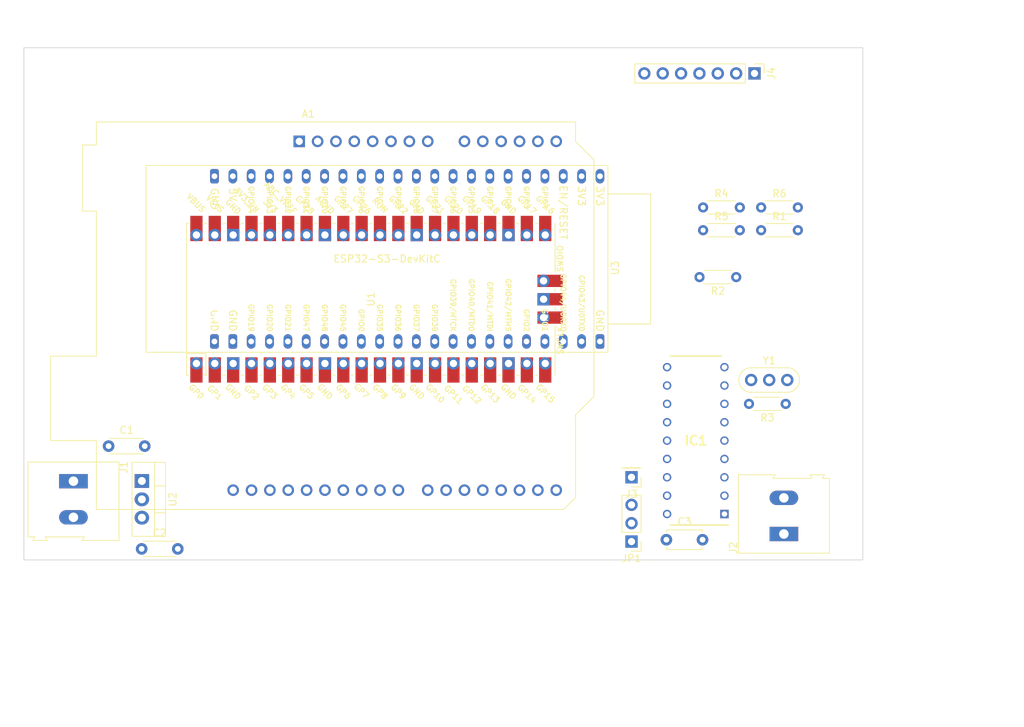
<source format=kicad_pcb>
(kicad_pcb (version 20211014) (generator pcbnew)
  (layers (0 "F.Cu" signal) (31 "B.Cu" signal) (34 "B.Paste" user) (35 "F.Paste" user) (36 "B.SilkS" user "B.Silkscreen") (37 "F.SilkS" user "F.Silkscreen") (38 "B.Mask" user) (39 "F.Mask" user) (44 "Edge.Cuts" user))
  (net 0 "")
  (net 2 "GND")
  (net 5 "Net-(IC1-Pad1)")
  (net 6 "Net-(IC1-Pad2)")
  (net 11 "Net-(IC1-Pad7)")
  (net 12 "Net-(IC1-Pad8)")
  (net 16 "SPI_CLK")
  (net 17 "SPI_MOSI")
  (net 18 "SPI_MISO")
  (net 19 "SPI_SS")
  (net 24 "+5V")
  (net 25 "+3V3")
  (net 42 "/SS")
  (net 43 "/MOSI")
  (net 44 "/CLK")
  (net 45 "/MISO")
  (net 46 "Net-(R3-Pad1)")
  (net 89 "SPI_MISO_L")
  (net 90 "+12V")
  (net 91 "Net-(C3-Pad1)")
  (net 125 "Net-(IC1-Pad17)")
  (footprint "Package_TO_SOT_THT:TO-220-3_Vertical" (layer "F.Cu") (at 45.283 159.004 -90)
    (fp_text reference "U2" (at 2.54 -4.27 90) (layer "F.SilkS"))
    (fp_text value "LF50_TO220")
    (fp_line (start -2.58 -1.76) (end 7.66 -1.76) (layer "F.SilkS") (width 0.12))
    (fp_line (start 7.66 -3.27) (end 7.66 1.371) (layer "F.SilkS") (width 0.12))
    (fp_line (start -2.58 1.371) (end 7.66 1.371) (layer "F.SilkS") (width 0.12))
    (fp_line (start 4.391 -3.27) (end 4.391 -1.76) (layer "F.SilkS") (width 0.12))
    (fp_line (start 0.69 -3.27) (end 0.69 -1.76) (layer "F.SilkS") (width 0.12))
    (fp_line (start -2.58 -3.27) (end -2.58 1.371) (layer "F.SilkS") (width 0.12))
    (fp_line (start -2.58 -3.27) (end 7.66 -3.27) (layer "F.SilkS") (width 0.12))
    (pad "1" thru_hole rect (at 0 0 270) (size 1.905 2) (drill 1.1) (layers *.Cu *.Mask) (net 90 "+12V"))
    (pad "2" thru_hole oval (at 2.54 0 270) (size 1.905 2) (drill 1.1) (layers *.Cu *.Mask) (net 2 "GND"))
    (pad "3" thru_hole oval (at 5.08 0 270) (size 1.905 2) (drill 1.1) (layers *.Cu *.Mask) (net 24 "+5V"))
  )
  (footprint "SamacSys_Parts:DIP794W56P254L2286H533Q18N" (layer "F.Cu") (at 121.92 153.416 180)
    (fp_text reference "IC1" (at 0 0) (layer "F.SilkS") (effects (font (size 1.27 1.27) (thickness 0.254))))
    (fp_text value "MCP2515-I_P" hide)
    (fp_line (start -3.556 11.684) (end 3.556 11.684) (layer "F.SilkS") (width 0.2))
    (fp_line (start -4.548 -11.684) (end 3.556 -11.684) (layer "F.SilkS") (width 0.2))
    (pad "1" thru_hole rect locked (at -3.969 -10.16 180) (size 1.159 1.159) (drill 0.759) (layers *.Cu *.Mask) (net 5 "Net-(IC1-Pad1)"))
    (pad "2" thru_hole circle locked (at -3.969 -7.62 180) (size 1.159 1.159) (drill 0.759) (layers *.Cu *.Mask) (net 6 "Net-(IC1-Pad2)"))
    (pad "3" thru_hole circle locked (at -3.969 -5.08 180) (size 1.159 1.159) (drill 0.759) (layers *.Cu *.Mask))
    (pad "4" thru_hole circle locked (at -3.969 -2.54 180) (size 1.159 1.159) (drill 0.759) (layers *.Cu *.Mask))
    (pad "5" thru_hole circle locked (at -3.969 0 180) (size 1.159 1.159) (drill 0.759) (layers *.Cu *.Mask))
    (pad "6" thru_hole circle locked (at -3.969 2.54 180) (size 1.159 1.159) (drill 0.759) (layers *.Cu *.Mask))
    (pad "7" thru_hole circle locked (at -3.969 5.08 180) (size 1.159 1.159) (drill 0.759) (layers *.Cu *.Mask) (net 11 "Net-(IC1-Pad7)"))
    (pad "8" thru_hole circle locked (at -3.969 7.62 180) (size 1.159 1.159) (drill 0.759) (layers *.Cu *.Mask) (net 12 "Net-(IC1-Pad8)"))
    (pad "9" thru_hole circle locked (at -3.969 10.16 180) (size 1.159 1.159) (drill 0.759) (layers *.Cu *.Mask) (net 2 "GND"))
    (pad "10" thru_hole circle locked (at 3.969 10.16 180) (size 1.159 1.159) (drill 0.759) (layers *.Cu *.Mask))
    (pad "11" thru_hole circle locked (at 3.969 7.62 180) (size 1.159 1.159) (drill 0.759) (layers *.Cu *.Mask))
    (pad "12" thru_hole circle locked (at 3.969 5.08 180) (size 1.159 1.159) (drill 0.759) (layers *.Cu *.Mask))
    (pad "13" thru_hole circle locked (at 3.969 2.54 180) (size 1.159 1.159) (drill 0.759) (layers *.Cu *.Mask) (net 16 "SPI_CLK"))
    (pad "14" thru_hole circle locked (at 3.969 0 180) (size 1.159 1.159) (drill 0.759) (layers *.Cu *.Mask) (net 17 "SPI_MOSI"))
    (pad "15" thru_hole circle locked (at 3.969 -2.54 180) (size 1.159 1.159) (drill 0.759) (layers *.Cu *.Mask) (net 18 "SPI_MISO"))
    (pad "16" thru_hole circle locked (at 3.969 -5.08 180) (size 1.159 1.159) (drill 0.759) (layers *.Cu *.Mask) (net 19 "SPI_SS"))
    (pad "17" thru_hole circle locked (at 3.969 -7.62 180) (size 1.159 1.159) (drill 0.759) (layers *.Cu *.Mask) (net 125 "Net-(IC1-Pad17)"))
    (pad "18" thru_hole circle locked (at 3.969 -10.16 180) (size 1.159 1.159) (drill 0.759) (layers *.Cu *.Mask) (net 91 "Net-(C3-Pad1)"))
  )
  (footprint "Resistor_THT:R_Axial_DIN0204_L3.6mm_D1.6mm_P5.08mm_Horizontal" (layer "F.Cu") (at 130.966 121.158)
    (fp_text reference "R6" (at 2.54 -1.92) (layer "F.SilkS"))
    (fp_text value "R_Small")
    (fp_line (start 0.62 0.92) (end 4.46 0.92) (layer "F.SilkS") (width 0.12))
    (fp_line (start 0.62 -0.92) (end 4.46 -0.92) (layer "F.SilkS") (width 0.12))
    (pad "1" thru_hole circle (at 0 0) (size 1.4 1.4) (drill 0.7) (layers *.Cu *.Mask) (net 25 "+3V3"))
    (pad "2" thru_hole oval (at 5.08 0) (size 1.4 1.4) (drill 0.7) (layers *.Cu *.Mask) (net 42 "/SS"))
  )
  (footprint "MCU_RaspberryPi_and_Boards:RPi_Pico_SMD_TH" (layer "F.Cu") (at 76.962 133.858 90)
    (fp_text reference "U1" (at 0 0 90) (layer "F.SilkS"))
    (fp_text value "RP2040")
    (fp_text user "GP12" (at -13.2 13.97 135) (layer "F.SilkS") (effects (font (size 0.8 0.8))))
    (fp_text user "AGND" (at 13.054 -6.35 135) (layer "F.SilkS") (effects (font (size 0.8 0.8))))
    (fp_text user "GP17" (at 13.054 21.59 135) (layer "F.SilkS") (effects (font (size 0.8 0.8))))
    (fp_text user "GP5" (at -12.8 -8.89 135) (layer "F.SilkS") (effects (font (size 0.8 0.8))))
    (fp_text user "SWCLK" (at -5.7 26.2 90) (layer "F.SilkS") (effects (font (size 0.8 0.8))))
    (fp_text user "GP1" (at -12.9 -21.6 135) (layer "F.SilkS") (effects (font (size 0.8 0.8))))
    (fp_text user "GND" (at -12.8 19.05 135) (layer "F.SilkS") (effects (font (size 0.8 0.8))))
    (fp_text user "3V3_EN" (at 13.7 -17.2 135) (layer "F.SilkS") (effects (font (size 0.8 0.8))))
    (fp_text user "GP18" (at 13.054 16.51 135) (layer "F.SilkS") (effects (font (size 0.8 0.8))))
    (fp_text user "VSYS" (at 13.2 -21.59 135) (layer "F.SilkS") (effects (font (size 0.8 0.8))))
    (fp_text user "GP10" (at -13.054 8.89 135) (layer "F.SilkS") (effects (font (size 0.8 0.8))))
    (fp_text user "GND" (at -12.8 -6.35 135) (layer "F.SilkS") (effects (font (size 0.8 0.8))))
    (fp_text user "GP28" (at 13.054 -9.144 135) (layer "F.SilkS") (effects (font (size 0.8 0.8))))
    (fp_text user "GP11" (at -13.2 11.43 135) (layer "F.SilkS") (effects (font (size 0.8 0.8))))
    (fp_text user "GP16" (at 13.054 24.13 135) (layer "F.SilkS") (effects (font (size 0.8 0.8))))
    (fp_text user "GND" (at 12.8 6.35 135) (layer "F.SilkS") (effects (font (size 0.8 0.8))))
    (fp_text user "GP13" (at -13.054 16.51 135) (layer "F.SilkS") (effects (font (size 0.8 0.8))))
    (fp_text user "GP4" (at -12.8 -11.43 135) (layer "F.SilkS") (effects (font (size 0.8 0.8))))
    (fp_text user "GND" (at 12.8 -19.05 135) (layer "F.SilkS") (effects (font (size 0.8 0.8))))
    (fp_text user "GP6" (at -12.8 -3.81 135) (layer "F.SilkS") (effects (font (size 0.8 0.8))))
    (fp_text user "GP19" (at 13.054 13.97 135) (layer "F.SilkS") (effects (font (size 0.8 0.8))))
    (fp_text user "GP26" (at 13.054 -1.27 135) (layer "F.SilkS") (effects (font (size 0.8 0.8))))
    (fp_text user "SWDIO" (at 5.6 26.2 90) (layer "F.SilkS") (effects (font (size 0.8 0.8))))
    (fp_text user "GP22" (at 13.054 3.81 135) (layer "F.SilkS") (effects (font (size 0.8 0.8))))
    (fp_text user "GP20" (at 13.054 11.43 135) (layer "F.SilkS") (effects (font (size 0.8 0.8))))
    (fp_text user "GP0" (at -12.8 -24.13 135) (layer "F.SilkS") (effects (font (size 0.8 0.8))))
    (fp_text user "GP27" (at 13.054 -3.8 135) (layer "F.SilkS") (effects (font (size 0.8 0.8))))
    (fp_text user "GND" (at -12.8 6.35 135) (layer "F.SilkS") (effects (font (size 0.8 0.8))))
    (fp_text user "GP15" (at -13.054 24.13 135) (layer "F.SilkS") (effects (font (size 0.8 0.8))))
    (fp_text user "RUN" (at 13 1.27 135) (layer "F.SilkS") (effects (font (size 0.8 0.8))))
    (fp_text user "GP14" (at -13.1 21.59 135) (layer "F.SilkS") (effects (font (size 0.8 0.8))))
    (fp_text user "GP8" (at -12.8 1.27 135) (layer "F.SilkS") (effects (font (size 0.8 0.8))))
    (fp_text user "GP7" (at -12.7 -1.3 135) (layer "F.SilkS") (effects (font (size 0.8 0.8))))
    (fp_text user "GND" (at -12.8 -19.05 135) (layer "F.SilkS") (effects (font (size 0.8 0.8))))
    (fp_text user "GP9" (at -12.8 3.81 135) (layer "F.SilkS") (effects (font (size 0.8 0.8))))
    (fp_text user "3V3" (at 12.9 -13.9 135) (layer "F.SilkS") (effects (font (size 0.8 0.8))))
    (fp_text user "GND" (at 12.8 19.05 135) (layer "F.SilkS") (effects (font (size 0.8 0.8))))
    (fp_text user "GP2" (at -12.9 -16.51 135) (layer "F.SilkS") (effects (font (size 0.8 0.8))))
    (fp_text user "GP3" (at -12.8 -13.97 135) (layer "F.SilkS") (effects (font (size 0.8 0.8))))
    (fp_text user "GP21" (at 13.054 8.9 135) (layer "F.SilkS") (effects (font (size 0.8 0.8))))
    (fp_text user "VBUS" (at 13.3 -24.2 135) (layer "F.SilkS") (effects (font (size 0.8 0.8))))
    (fp_text user "ADC_VREF" (at 14 -12.5 135) (layer "F.SilkS") (effects (font (size 0.8 0.8))))
    (fp_line (start -10.5 2.3) (end -10.5 2.7) (layer "F.SilkS") (width 0.12))
    (fp_line (start 1.1 25.5) (end 1.5 25.5) (layer "F.SilkS") (width 0.12))
    (fp_line (start 10.5 7.4) (end 10.5 7.8) (layer "F.SilkS") (width 0.12))
    (fp_line (start 10.5 20.1) (end 10.5 20.5) (layer "F.SilkS") (width 0.12))
    (fp_line (start -10.5 4.9) (end -10.5 5.3) (layer "F.SilkS") (width 0.12))
    (fp_line (start -3.7 25.5) (end -10.5 25.5) (layer "F.SilkS") (width 0.12))
    (fp_line (start 10.5 -10.4) (end 10.5 -10) (layer "F.SilkS") (width 0.12))
    (fp_line (start -10.5 10) (end -10.5 10.4) (layer "F.SilkS") (width 0.12))
    (fp_line (start 10.5 -15.4) (end 10.5 -15) (layer "F.SilkS") (width 0.12))
    (fp_line (start -10.5 -5.3) (end -10.5 -4.9) (layer "F.SilkS") (width 0.12))
    (fp_line (start 10.5 12.5) (end 10.5 12.9) (layer "F.SilkS") (width 0.12))
    (fp_line (start -10.5 -2.7) (end -10.5 -2.3) (layer "F.SilkS") (width 0.12))
    (fp_line (start -10.5 20.1) (end -10.5 20.5) (layer "F.SilkS") (width 0.12))
    (fp_line (start 10.5 -0.2) (end 10.5 0.2) (layer "F.SilkS") (width 0.12))
    (fp_line (start -10.5 17.6) (end -10.5 18) (layer "F.SilkS") (width 0.12))
    (fp_line (start 10.5 -7.8) (end 10.5 -7.4) (layer "F.SilkS") (width 0.12))
    (fp_line (start -7.493 -22.833) (end -7.493 -25.5) (layer "F.SilkS") (width 0.12))
    (fp_line (start -10.5 22.7) (end -10.5 23.1) (layer "F.SilkS") (width 0.12))
    (fp_line (start -10.5 7.4) (end -10.5 7.8) (layer "F.SilkS") (width 0.12))
    (fp_line (start 10.5 -18) (end 10.5 -17.6) (layer "F.SilkS") (width 0.12))
    (fp_line (start 10.5 -20.5) (end 10.5 -20.1) (layer "F.SilkS") (width 0.12))
    (fp_line (start 10.5 -5.3) (end 10.5 -4.9) (layer "F.SilkS") (width 0.12))
    (fp_line (start 10.5 15.1) (end 10.5 15.5) (layer "F.SilkS") (width 0.12))
    (fp_line (start 10.5 -25.5) (end 10.5 -25.2) (layer "F.SilkS") (width 0.12))
    (fp_line (start -10.5 -10.4) (end -10.5 -10) (layer "F.SilkS") (width 0.12))
    (fp_line (start -10.5 -23.1) (end -10.5 -22.7) (layer "F.SilkS") (width 0.12))
    (fp_line (start 10.5 -12.9) (end 10.5 -12.5) (layer "F.SilkS") (width 0.12))
    (fp_line (start -10.5 -18) (end -10.5 -17.6) (layer "F.SilkS") (width 0.12))
    (fp_line (start -10.5 -7.8) (end -10.5 -7.4) (layer "F.SilkS") (width 0.12))
    (fp_line (start -10.5 -12.9) (end -10.5 -12.5) (layer "F.SilkS") (width 0.12))
    (fp_line (start 10.5 17.6) (end 10.5 18) (layer "F.SilkS") (width 0.12))
    (fp_line (start -10.5 -22.833) (end -7.493 -22.833) (layer "F.SilkS") (width 0.12))
    (fp_line (start -10.5 -25.5) (end 10.5 -25.5) (layer "F.SilkS") (width 0.12))
    (fp_line (start -1.5 25.5) (end -1.1 25.5) (layer "F.SilkS") (width 0.12))
    (fp_line (start -10.5 15.1) (end -10.5 15.5) (layer "F.SilkS") (width 0.12))
    (fp_line (start 10.5 2.3) (end 10.5 2.7) (layer "F.SilkS") (width 0.12))
    (fp_line (start 10.5 4.9) (end 10.5 5.3) (layer "F.SilkS") (width 0.12))
    (fp_line (start 10.5 10) (end 10.5 10.4) (layer "F.SilkS") (width 0.12))
    (fp_line (start 10.5 -23.1) (end 10.5 -22.7) (layer "F.SilkS") (width 0.12))
    (fp_line (start -10.5 -15.4) (end -10.5 -15) (layer "F.SilkS") (width 0.12))
    (fp_line (start 10.5 25.5) (end 3.7 25.5) (layer "F.SilkS") (width 0.12))
    (fp_line (start 10.5 22.7) (end 10.5 23.1) (layer "F.SilkS") (width 0.12))
    (fp_line (start -10.5 -20.5) (end -10.5 -20.1) (layer "F.SilkS") (width 0.12))
    (fp_line (start -10.5 -0.2) (end -10.5 0.2) (layer "F.SilkS") (width 0.12))
    (fp_line (start -10.5 -25.5) (end -10.5 -25.2) (layer "F.SilkS") (width 0.12))
    (fp_line (start 10.5 -2.7) (end 10.5 -2.3) (layer "F.SilkS") (width 0.12))
    (fp_line (start -10.5 12.5) (end -10.5 12.9) (layer "F.SilkS") (width 0.12))
    (pad "" np_thru_hole oval (at 2.725 -24 90) (size 1.8 1.8) (drill 1.8) (layers *.Cu *.Mask))
    (pad "" np_thru_hole oval (at -2.425 -20.97 90) (size 1.5 1.5) (drill 1.5) (layers *.Cu *.Mask))
    (pad "" np_thru_hole oval (at -2.725 -24 90) (size 1.8 1.8) (drill 1.8) (layers *.Cu *.Mask))
    (pad "" np_thru_hole oval (at 2.425 -20.97 90) (size 1.5 1.5) (drill 1.5) (layers *.Cu *.Mask))
    (pad "1" smd rect (at -8.89 -24.13 90) (size 3.5 1.7) (drill (offset -0.9 0)) (layers "F.Cu" "F.Mask"))
    (pad "1" thru_hole oval (at -8.89 -24.13 90) (size 1.7 1.7) (drill 1.02) (layers *.Cu *.Mask))
    (pad "2" thru_hole oval (at -8.89 -21.59 90) (size 1.7 1.7) (drill 1.02) (layers *.Cu *.Mask))
    (pad "2" smd rect (at -8.89 -21.59 90) (size 3.5 1.7) (drill (offset -0.9 0)) (layers "F.Cu" "F.Mask"))
    (pad "3" smd rect (at -8.89 -19.05 90) (size 3.5 1.7) (drill (offset -0.9 0)) (layers "F.Cu" "F.Mask"))
    (pad "3" thru_hole rect (at -8.89 -19.05 90) (size 1.7 1.7) (drill 1.02) (layers *.Cu *.Mask))
    (pad "4" thru_hole oval (at -8.89 -16.51 90) (size 1.7 1.7) (drill 1.02) (layers *.Cu *.Mask))
    (pad "4" smd rect (at -8.89 -16.51 90) (size 3.5 1.7) (drill (offset -0.9 0)) (layers "F.Cu" "F.Mask"))
    (pad "5" thru_hole oval (at -8.89 -13.97 90) (size 1.7 1.7) (drill 1.02) (layers *.Cu *.Mask))
    (pad "5" smd rect (at -8.89 -13.97 90) (size 3.5 1.7) (drill (offset -0.9 0)) (layers "F.Cu" "F.Mask"))
    (pad "6" thru_hole oval (at -8.89 -11.43 90) (size 1.7 1.7) (drill 1.02) (layers *.Cu *.Mask))
    (pad "6" smd rect (at -8.89 -11.43 90) (size 3.5 1.7) (drill (offset -0.9 0)) (layers "F.Cu" "F.Mask"))
    (pad "7" thru_hole oval (at -8.89 -8.89 90) (size 1.7 1.7) (drill 1.02) (layers *.Cu *.Mask))
    (pad "7" smd rect (at -8.89 -8.89 90) (size 3.5 1.7) (drill (offset -0.9 0)) (layers "F.Cu" "F.Mask"))
    (pad "8" smd rect (at -8.89 -6.35 90) (size 3.5 1.7) (drill (offset -0.9 0)) (layers "F.Cu" "F.Mask"))
    (pad "8" thru_hole rect (at -8.89 -6.35 90) (size 1.7 1.7) (drill 1.02) (layers *.Cu *.Mask))
    (pad "9" thru_hole oval (at -8.89 -3.81 90) (size 1.7 1.7) (drill 1.02) (layers *.Cu *.Mask))
    (pad "9" smd rect (at -8.89 -3.81 90) (size 3.5 1.7) (drill (offset -0.9 0)) (layers "F.Cu" "F.Mask"))
    (pad "10" thru_hole oval (at -8.89 -1.27 90) (size 1.7 1.7) (drill 1.02) (layers *.Cu *.Mask))
    (pad "10" smd rect (at -8.89 -1.27 90) (size 3.5 1.7) (drill (offset -0.9 0)) (layers "F.Cu" "F.Mask"))
    (pad "11" thru_hole oval (at -8.89 1.27 90) (size 1.7 1.7) (drill 1.02) (layers *.Cu *.Mask))
    (pad "11" smd rect (at -8.89 1.27 90) (size 3.5 1.7) (drill (offset -0.9 0)) (layers "F.Cu" "F.Mask"))
    (pad "12" thru_hole oval (at -8.89 3.81 90) (size 1.7 1.7) (drill 1.02) (layers *.Cu *.Mask))
    (pad "12" smd rect (at -8.89 3.81 90) (size 3.5 1.7) (drill (offset -0.9 0)) (layers "F.Cu" "F.Mask"))
    (pad "13" smd rect (at -8.89 6.35 90) (size 3.5 1.7) (drill (offset -0.9 0)) (layers "F.Cu" "F.Mask"))
    (pad "13" thru_hole rect (at -8.89 6.35 90) (size 1.7 1.7) (drill 1.02) (layers *.Cu *.Mask))
    (pad "14" thru_hole oval (at -8.89 8.89 90) (size 1.7 1.7) (drill 1.02) (layers *.Cu *.Mask))
    (pad "14" smd rect (at -8.89 8.89 90) (size 3.5 1.7) (drill (offset -0.9 0)) (layers "F.Cu" "F.Mask"))
    (pad "15" thru_hole oval (at -8.89 11.43 90) (size 1.7 1.7) (drill 1.02) (layers *.Cu *.Mask))
    (pad "15" smd rect (at -8.89 11.43 90) (size 3.5 1.7) (drill (offset -0.9 0)) (layers "F.Cu" "F.Mask"))
    (pad "16" thru_hole oval (at -8.89 13.97 90) (size 1.7 1.7) (drill 1.02) (layers *.Cu *.Mask))
    (pad "16" smd rect (at -8.89 13.97 90) (size 3.5 1.7) (drill (offset -0.9 0)) (layers "F.Cu" "F.Mask"))
    (pad "17" thru_hole oval (at -8.89 16.51 90) (size 1.7 1.7) (drill 1.02) (layers *.Cu *.Mask))
    (pad "17" smd rect (at -8.89 16.51 90) (size 3.5 1.7) (drill (offset -0.9 0)) (layers "F.Cu" "F.Mask"))
    (pad "18" smd rect (at -8.89 19.05 90) (size 3.5 1.7) (drill (offset -0.9 0)) (layers "F.Cu" "F.Mask"))
    (pad "18" thru_hole rect (at -8.89 19.05 90) (size 1.7 1.7) (drill 1.02) (layers *.Cu *.Mask))
    (pad "19" smd rect (at -8.89 21.59 90) (size 3.5 1.7) (drill (offset -0.9 0)) (layers "F.Cu" "F.Mask"))
    (pad "19" thru_hole oval (at -8.89 21.59 90) (size 1.7 1.7) (drill 1.02) (layers *.Cu *.Mask))
    (pad "20" smd rect (at -8.89 24.13 90) (size 3.5 1.7) (drill (offset -0.9 0)) (layers "F.Cu" "F.Mask"))
    (pad "20" thru_hole oval (at -8.89 24.13 90) (size 1.7 1.7) (drill 1.02) (layers *.Cu *.Mask))
    (pad "21" smd rect (at 8.89 24.13 90) (size 3.5 1.7) (drill (offset 0.9 0)) (layers "F.Cu" "F.Mask"))
    (pad "21" thru_hole oval (at 8.89 24.13 90) (size 1.7 1.7) (drill 1.02) (layers *.Cu *.Mask))
    (pad "22" smd rect (at 8.89 21.59 90) (size 3.5 1.7) (drill (offset 0.9 0)) (layers "F.Cu" "F.Mask"))
    (pad "22" thru_hole oval (at 8.89 21.59 90) (size 1.7 1.7) (drill 1.02) (layers *.Cu *.Mask))
    (pad "23" thru_hole rect (at 8.89 19.05 90) (size 1.7 1.7) (drill 1.02) (layers *.Cu *.Mask))
    (pad "23" smd rect (at 8.89 19.05 90) (size 3.5 1.7) (drill (offset 0.9 0)) (layers "F.Cu" "F.Mask"))
    (pad "24" thru_hole oval (at 8.89 16.51 90) (size 1.7 1.7) (drill 1.02) (layers *.Cu *.Mask))
    (pad "24" smd rect (at 8.89 16.51 90) (size 3.5 1.7) (drill (offset 0.9 0)) (layers "F.Cu" "F.Mask"))
    (pad "25" smd rect (at 8.89 13.97 90) (size 3.5 1.7) (drill (offset 0.9 0)) (layers "F.Cu" "F.Mask"))
    (pad "25" thru_hole oval (at 8.89 13.97 90) (size 1.7 1.7) (drill 1.02) (layers *.Cu *.Mask))
    (pad "26" smd rect (at 8.89 11.43 90) (size 3.5 1.7) (drill (offset 0.9 0)) (layers "F.Cu" "F.Mask"))
    (pad "26" thru_hole oval (at 8.89 11.43 90) (size 1.7 1.7) (drill 1.02) (layers *.Cu *.Mask))
    (pad "27" smd rect (at 8.89 8.89 90) (size 3.5 1.7) (drill (offset 0.9 0)) (layers "F.Cu" "F.Mask"))
    (pad "27" thru_hole oval (at 8.89 8.89 90) (size 1.7 1.7) (drill 1.02) (layers *.Cu *.Mask))
    (pad "28" thru_hole rect (at 8.89 6.35 90) (size 1.7 1.7) (drill 1.02) (layers *.Cu *.Mask))
    (pad "28" smd rect (at 8.89 6.35 90) (size 3.5 1.7) (drill (offset 0.9 0)) (layers "F.Cu" "F.Mask"))
    (pad "29" thru_hole oval (at 8.89 3.81 90) (size 1.7 1.7) (drill 1.02) (layers *.Cu *.Mask))
    (pad "29" smd rect (at 8.89 3.81 90) (size 3.5 1.7) (drill (offset 0.9 0)) (layers "F.Cu" "F.Mask"))
    (pad "30" thru_hole oval (at 8.89 1.27 90) (size 1.7 1.7) (drill 1.02) (layers *.Cu *.Mask))
    (pad "30" smd rect (at 8.89 1.27 90) (size 3.5 1.7) (drill (offset 0.9 0)) (layers "F.Cu" "F.Mask"))
    (pad "31" smd rect (at 8.89 -1.27 90) (size 3.5 1.7) (drill (offset 0.9 0)) (layers "F.Cu" "F.Mask"))
    (pad "31" thru_hole oval (at 8.89 -1.27 90) (size 1.7 1.7) (drill 1.02) (layers *.Cu *.Mask))
    (pad "32" thru_hole oval (at 8.89 -3.81 90) (size 1.7 1.7) (drill 1.02) (layers *.Cu *.Mask))
    (pad "32" smd rect (at 8.89 -3.81 90) (size 3.5 1.7) (drill (offset 0.9 0)) (layers "F.Cu" "F.Mask"))
    (pad "33" thru_hole rect (at 8.89 -6.35 90) (size 1.7 1.7) (drill 1.02) (layers *.Cu *.Mask))
    (pad "33" smd rect (at 8.89 -6.35 90) (size 3.5 1.7) (drill (offset 0.9 0)) (layers "F.Cu" "F.Mask"))
    (pad "34" thru_hole oval (at 8.89 -8.89 90) (size 1.7 1.7) (drill 1.02) (layers *.Cu *.Mask))
    (pad "34" smd rect (at 8.89 -8.89 90) (size 3.5 1.7) (drill (offset 0.9 0)) (layers "F.Cu" "F.Mask"))
    (pad "35" thru_hole oval (at 8.89 -11.43 90) (size 1.7 1.7) (drill 1.02) (layers *.Cu *.Mask))
    (pad "35" smd rect (at 8.89 -11.43 90) (size 3.5 1.7) (drill (offset 0.9 0)) (layers "F.Cu" "F.Mask"))
    (pad "36" thru_hole oval (at 8.89 -13.97 90) (size 1.7 1.7) (drill 1.02) (layers *.Cu *.Mask) (net 25 "+3V3"))
    (pad "36" smd rect (at 8.89 -13.97 90) (size 3.5 1.7) (drill (offset 0.9 0)) (layers "F.Cu" "F.Mask") (net 25 "+3V3"))
    (pad "37" smd rect (at 8.89 -16.51 90) (size 3.5 1.7) (drill (offset 0.9 0)) (layers "F.Cu" "F.Mask"))
    (pad "37" thru_hole oval (at 8.89 -16.51 90) (size 1.7 1.7) (drill 1.02) (layers *.Cu *.Mask))
    (pad "38" smd rect (at 8.89 -19.05 90) (size 3.5 1.7) (drill (offset 0.9 0)) (layers "F.Cu" "F.Mask"))
    (pad "38" thru_hole rect (at 8.89 -19.05 90) (size 1.7 1.7) (drill 1.02) (layers *.Cu *.Mask))
    (pad "39" smd rect (at 8.89 -21.59 90) (size 3.5 1.7) (drill (offset 0.9 0)) (layers "F.Cu" "F.Mask"))
    (pad "39" thru_hole oval (at 8.89 -21.59 90) (size 1.7 1.7) (drill 1.02) (layers *.Cu *.Mask))
    (pad "40" smd rect (at 8.89 -24.13 90) (size 3.5 1.7) (drill (offset 0.9 0)) (layers "F.Cu" "F.Mask"))
    (pad "40" thru_hole oval (at 8.89 -24.13 90) (size 1.7 1.7) (drill 1.02) (layers *.Cu *.Mask))
    (pad "41" thru_hole oval (at -2.54 23.9 90) (size 1.7 1.7) (drill 1.02) (layers *.Cu *.Mask))
    (pad "41" smd rect (at -2.54 23.9 180) (size 3.5 1.7) (drill (offset -0.9 0)) (layers "F.Cu" "F.Mask"))
    (pad "42" smd rect (at 0 23.9 180) (size 3.5 1.7) (drill (offset -0.9 0)) (layers "F.Cu" "F.Mask"))
    (pad "42" thru_hole rect (at 0 23.9 90) (size 1.7 1.7) (drill 1.02) (layers *.Cu *.Mask))
    (pad "43" thru_hole oval (at 2.54 23.9 90) (size 1.7 1.7) (drill 1.02) (layers *.Cu *.Mask))
    (pad "43" smd rect (at 2.54 23.9 180) (size 3.5 1.7) (drill (offset -0.9 0)) (layers "F.Cu" "F.Mask"))
  )
  (footprint "Connector_PinHeader_2.54mm:PinHeader_1x01_P2.54mm_Vertical" (layer "F.Cu") (at 113.03 158.496 180)
    (fp_text reference "J3" (at 0 -2.33) (layer "F.SilkS"))
    (fp_text value "Conn_01x01")
    (fp_line (start 1.33 1.27) (end 1.33 1.33) (layer "F.SilkS") (width 0.12))
    (fp_line (start -1.33 1.27) (end 1.33 1.27) (layer "F.SilkS") (width 0.12))
    (fp_line (start -1.33 -1.33) (end 0 -1.33) (layer "F.SilkS") (width 0.12))
    (fp_line (start -1.33 1.27) (end -1.33 1.33) (layer "F.SilkS") (width 0.12))
    (fp_line (start -1.33 1.33) (end 1.33 1.33) (layer "F.SilkS") (width 0.12))
    (fp_line (start -1.33 0) (end -1.33 -1.33) (layer "F.SilkS") (width 0.12))
    (pad "1" thru_hole rect (at 0 0 180) (size 1.7 1.7) (drill 1) (layers *.Cu *.Mask) (net 125 "Net-(IC1-Pad17)"))
  )
  (footprint "Espressif:ESP32-S3-DevKitC" (layer "F.Cu") (at 108.6668 116.83632 -90)
    (fp_text reference "U3" (at 12.70368 -2.09728 90) (layer "F.SilkS"))
    (fp_text value "ESP32-S3-DevKitC" (at 11.43 29.464) (layer "F.SilkS"))
    (fp_text user "GND" (at 21.59368 0.00272 -90 unlocked) (layer "F.SilkS") (effects (justify right)))
    (fp_text user "GPIO44/U0RXD" (at 21.59368 5.08272 -90 unlocked) (layer "F.SilkS") (effects (font (size 0.7 0.7)) (justify right)))
    (fp_text user "GPIO41/MTDI" (at 21.59368 15.24272 -90 unlocked) (layer "F.SilkS") (effects (font (size 0.7 0.7)) (justify right)))
    (fp_text user "5V" (at 1.524 50.8 -90 unlocked) (layer "F.SilkS") (effects (justify left)))
    (fp_text user "GPIO15" (at 1.27368 17.78272 -90 unlocked) (layer "F.SilkS") (effects (font (size 0.7 0.7)) (justify left)))
    (fp_text user "GPIO20" (at 21.59368 45.72272 -90 unlocked) (layer "F.SilkS") (effects (font (size 0.7 0.7)) (justify right)))
    (fp_text user "GPIO4" (at 1.27368 7.62272 -90 unlocked) (layer "F.SilkS") (effects (font (size 0.7 0.7)) (justify left)))
    (fp_text user "GND" (at 1.524 53.34 -90 unlocked) (layer "F.SilkS") (effects (justify left)))
    (fp_text user "GPIO13" (at 1.27368 45.72272 -90 unlocked) (layer "F.SilkS") (effects (font (size 0.7 0.7)) (justify left)))
    (fp_text user "GPIO7" (at 1.27368 15.24272 -90 unlocked) (layer "F.SilkS") (effects (font (size 0.7 0.7)) (justify left)))
    (fp_text user "GPIO18" (at 1.27368 25.40272 -90 unlocked) (layer "F.SilkS") (effects (font (size 0.7 0.7)) (justify left)))
    (fp_text user "GPIO6" (at 1.27368 12.70272 -90 unlocked) (layer "F.SilkS") (effects (font (size 0.7 0.7)) (justify left)))
    (fp_text user "GPIO45" (at 21.59368 35.56272 -90 unlocked) (layer "F.SilkS") (effects (font (size 0.7 0.7)) (justify right)))
    (fp_text user "GND" (at 21.59368 53.34272 -90 unlocked) (layer "F.SilkS") (effects (justify right)))
    (fp_text user "GPIO2" (at 21.59368 10.16272 -90 unlocked) (layer "F.SilkS") (effects (font (size 0.7 0.7)) (justify right)))
    (fp_text user "GPIO47" (at 21.59368 40.64272 -90 unlocked) (layer "F.SilkS") (effects (font (size 0.7 0.7)) (justify right)))
    (fp_text user "GPIO16" (at 1.27368 20.32272 -90 unlocked) (layer "F.SilkS") (effects (font (size 0.7 0.7)) (justify left)))
    (fp_text user "GPIO8" (at 1.27368 27.94272 -90 unlocked) (layer "F.SilkS") (effects (font (size 0.7 0.7)) (justify left)))
    (fp_text user "GPIO35" (at 21.59368 30.48272 -90 unlocked) (layer "F.SilkS") (effects (font (size 0.7 0.7)) (justify right)))
    (fp_text user "GPIO11" (at 1.27368 40.64272 -90 unlocked) (layer "F.SilkS") (effects (font (size 0.7 0.7)) (justify left)))
    (fp_text user "GPIO12" (at 1.27368 43.18272 -90 unlocked) (layer "F.SilkS") (effects (font (size 0.7 0.7)) (justify left)))
    (fp_text user "GPIO43/U0TXD" (at 21.59368 2.54272 -90 unlocked) (layer "F.SilkS") (effects (font (size 0.7 0.7)) (justify right)))
    (fp_text user "GPIO19" (at 21.59368 48.26272 -90 unlocked) (layer "F.SilkS") (effects (font (size 0.7 0.7)) (justify right)))
    (fp_text user "GPIO42/MTMS" (at 21.59368 12.70272 -90 unlocked) (layer "F.SilkS") (effects (font (size 0.7 0.7)) (justify right)))
    (fp_text user "GPIO40/MTDO" (at 21.59368 17.78272 -90 unlocked) (layer "F.SilkS") (effects (font (size 0.7 0.7)) (justify right)))
    (fp_text user "GPIO1" (at 21.59368 7.62272 -90 unlocked) (layer "F.SilkS") (effects (font (size 0.7 0.7)) (justify right)))
    (fp_text user "GPIO21" (at 21.59368 43.18272 -90 unlocked) (layer "F.SilkS") (effects (font (size 0.7 0.7)) (justify right)))
    (fp_text user "GPIO46" (at 1.27368 33.02272 -90 unlocked) (layer "F.SilkS") (effects (font (size 0.7 0.7)) (justify left)))
    (fp_text user "GPIO48" (at 21.59368 38.10272 -90 unlocked) (layer "F.SilkS") (effects (font (size 0.7 0.7)) (justify right)))
    (fp_text user "3V3" (at 1.27368 2.54272 -90 unlocked) (layer "F.SilkS") (effects (justify left)))
    (fp_text user "GPIO9" (at 1.27368 35.56272 -90 unlocked) (layer "F.SilkS") (effects (font (size 0.7 0.7)) (justify left)))
    (fp_text user "GPIO10" (at 1.27368 38.10272 -90 unlocked) (layer "F.SilkS") (effects (font (size 0.7 0.7)) (justify left)))
    (fp_text user "GPIO36" (at 21.59368 27.94272 -90 unlocked) (layer "F.SilkS") (effects (font (size 0.7 0.7)) (justify right)))
    (fp_text user "GPIO0" (at 21.59368 33.02272 -90 unlocked) (layer "F.SilkS") (effects (font (size 0.7 0.7)) (justify right)))
    (fp_text user "GPIO3" (at 1.27368 30.48272 -90 unlocked) (layer "F.SilkS") (effects (font (size 0.7 0.7)) (justify left)))
    (fp_text user "GPIO38" (at 21.59368 22.86272 -90 unlocked) (layer "F.SilkS") (effects (font (size 0.7 0.7)) (justify right)))
    (fp_text user "EN/RESET" (at 8.89 5.08 -90 unlocked) (layer "F.SilkS") (effects (justify right)))
    (fp_text user "GPIO17" (at 1.27368 22.86272 -90 unlocked) (layer "F.SilkS") (effects (font (size 0.7 0.7)) (justify left)))
    (fp_text user "3V3" (at 1.27368 0.00272 -90 unlocked) (layer "F.SilkS") (effects (justify left)))
    (fp_text user "GND" (at 21.59368 50.80272 -90 unlocked) (layer "F.SilkS") (effects (justify right)))
    (fp_text user "GPIO5" (at 1.27368 10.16272 -90 unlocked) (layer "F.SilkS") (effects (font (size 0.7 0.7)) (justify left)))
    (fp_text user "GPIO14" (at 1.27368 48.26272 -90 unlocked) (layer "F.SilkS") (effects (font (size 0.7 0.7)) (justify left)))
    (fp_text user "GPIO39/MTCK" (at 21.59368 20.32272 -90 unlocked) (layer "F.SilkS") (effects (font (size 0.7 0.7)) (justify right)))
    (fp_text user "GPIO37" (at 21.59368 25.40272 -90 unlocked) (layer "F.SilkS") (effects (font (size 0.7 0.7)) (justify right)))
    (fp_line (start 24.36368 -1.09728) (end -1.496319 -1.09728) (layer "F.SilkS") (width 0.12))
    (fp_line (start -1.496319 -1.09728) (end -1.49632 62.8) (layer "F.SilkS") (width 0.12))
    (fp_line (start 2.4638 -1.1176) (end 2.4638 -7.0104) (layer "F.SilkS") (width 0.12))
    (fp_line (start 2.4638 -7.0104) (end 20.447 -7.0104) (layer "F.SilkS") (width 0.12))
    (fp_line (start 20.447 -7.0104) (end 20.447 -1.1176) (layer "F.SilkS") (width 0.12))
    (fp_line (start 24.363679 62.8) (end 24.36368 -1.09728) (layer "F.SilkS") (width 0.12))
    (fp_line (start -1.49632 62.8) (end 24.363679 62.8) (layer "F.SilkS") (width 0.12))
    (pad "1" thru_hole oval locked (at 0.00368 0.00272 180) (size 1.2 2) (drill 0.8) (layers *.Cu *.Mask) (net 25 "+3V3"))
    (pad "2" thru_hole oval locked (at 0.00368 2.54272 180) (size 1.2 2) (drill 0.8) (layers *.Cu *.Mask) (net 25 "+3V3"))
    (pad "3" thru_hole oval locked (at 0.00368 5.08272 180) (size 1.2 2) (drill 0.8) (layers *.Cu *.Mask))
    (pad "4" thru_hole oval locked (at 0.00368 7.62272 180) (size 1.2 2) (drill 0.8) (layers *.Cu *.Mask))
    (pad "5" thru_hole oval locked (at 0.00368 10.16272 180) (size 1.2 2) (drill 0.8) (layers *.Cu *.Mask))
    (pad "6" thru_hole oval locked (at 0.00368 12.70272 180) (size 1.2 2) (drill 0.8) (layers *.Cu *.Mask))
    (pad "7" thru_hole oval locked (at 0.00368 15.24272 180) (size 1.2 2) (drill 0.8) (layers *.Cu *.Mask))
    (pad "8" thru_hole oval locked (at 0.00368 17.78272 180) (size 1.2 2) (drill 0.8) (layers *.Cu *.Mask) (net 19 "SPI_SS"))
    (pad "9" thru_hole oval locked (at 0.00368 20.32272 180) (size 1.2 2) (drill 0.8) (layers *.Cu *.Mask))
    (pad "10" thru_hole oval locked (at 0.00368 22.86272 180) (size 1.2 2) (drill 0.8) (layers *.Cu *.Mask))
    (pad "11" thru_hole oval locked (at 0.00368 25.40272 180) (size 1.2 2) (drill 0.8) (layers *.Cu *.Mask))
    (pad "12" thru_hole oval locked (at 0.00368 27.94272 180) (size 1.2 2) (drill 0.8) (layers *.Cu *.Mask))
    (pad "13" thru_hole oval locked (at 0.00368 30.48272 180) (size 1.2 2) (drill 0.8) (layers *.Cu *.Mask))
    (pad "14" thru_hole oval locked (at 0.00368 33.02272 180) (size 1.2 2) (drill 0.8) (layers *.Cu *.Mask))
    (pad "15" thru_hole oval locked (at 0.00368 35.56272 180) (size 1.2 2) (drill 0.8) (layers *.Cu *.Mask))
    (pad "16" thru_hole oval locked (at 0.00368 38.10272 180) (size 1.2 2) (drill 0.8) (layers *.Cu *.Mask))
    (pad "17" thru_hole oval locked (at 0.00368 40.64272 180) (size 1.2 2) (drill 0.8) (layers *.Cu *.Mask))
    (pad "18" thru_hole oval locked (at 0.00368 43.18272 180) (size 1.2 2) (drill 0.8) (layers *.Cu *.Mask) (net 89 "SPI_MISO_L"))
    (pad "19" thru_hole oval locked (at 0.00368 45.72272 180) (size 1.2 2) (drill 0.8) (layers *.Cu *.Mask) (net 17 "SPI_MOSI"))
    (pad "20" thru_hole oval locked (at 0 48.26 180) (size 1.2 2) (drill 0.8) (layers *.Cu *.Mask) (net 16 "SPI_CLK"))
    (pad "21" thru_hole oval locked (at 0 50.8 180) (size 1.2 2) (drill 0.8) (layers *.Cu *.Mask) (net 24 "+5V"))
    (pad "22" thru_hole roundrect locked (at 0 53.34 180) (size 1.2 2) (drill 0.8) (layers *.Cu *.Mask) (net 2 "GND"))
    (pad "23" thru_hole roundrect locked (at 22.86368 53.34272 180) (size 1.2 2) (drill 0.8) (layers *.Cu *.Mask) (net 2 "GND"))
    (pad "24" thru_hole roundrect locked (at 22.86368 50.80272 180) (size 1.2 2) (drill 0.8) (layers *.Cu *.Mask) (net 2 "GND"))
    (pad "25" thru_hole oval locked (at 22.86368 48.26272 180) (size 1.2 2) (drill 0.8) (layers *.Cu *.Mask))
    (pad "26" thru_hole oval locked (at 22.86368 45.72272 180) (size 1.2 2) (drill 0.8) (layers *.Cu *.Mask))
    (pad "27" thru_hole oval locked (at 22.86368 43.18272 180) (size 1.2 2) (drill 0.8) (layers *.Cu *.Mask))
    (pad "28" thru_hole oval locked (at 22.86368 40.64272 180) (size 1.2 2) (drill 0.8) (layers *.Cu *.Mask))
    (pad "29" thru_hole oval locked (at 22.86368 38.10272 180) (size 1.2 2) (drill 0.8) (layers *.Cu *.Mask))
    (pad "30" thru_hole oval locked (at 22.86368 35.56272 180) (size 1.2 2) (drill 0.8) (layers *.Cu *.Mask))
    (pad "31" thru_hole oval locked (at 22.86368 33.02272 180) (size 1.2 2) (drill 0.8) (layers *.Cu *.Mask))
    (pad "32" thru_hole oval locked (at 22.86368 30.48272 180) (size 1.2 2) (drill 0.8) (layers *.Cu *.Mask))
    (pad "33" thru_hole oval locked (at 22.86368 27.94272 180) (size 1.2 2) (drill 0.8) (layers *.Cu *.Mask))
    (pad "34" thru_hole oval locked (at 22.86368 25.40272 180) (size 1.2 2) (drill 0.8) (layers *.Cu *.Mask))
    (pad "35" thru_hole oval locked (at 22.86368 22.86272 180) (size 1.2 2) (drill 0.8) (layers *.Cu *.Mask))
    (pad "36" thru_hole oval locked (at 22.86368 20.32272 180) (size 1.2 2) (drill 0.8) (layers *.Cu *.Mask))
    (pad "37" thru_hole oval locked (at 22.86368 17.78272 180) (size 1.2 2) (drill 0.8) (layers *.Cu *.Mask))
    (pad "38" thru_hole oval locked (at 22.86368 15.24272 180) (size 1.2 2) (drill 0.8) (layers *.Cu *.Mask))
    (pad "39" thru_hole oval locked (at 22.86368 12.70272 180) (size 1.2 2) (drill 0.8) (layers *.Cu *.Mask))
    (pad "40" thru_hole oval locked (at 22.86368 10.16272 180) (size 1.2 2) (drill 0.8) (layers *.Cu *.Mask))
    (pad "41" thru_hole oval locked (at 22.86368 7.62272 180) (size 1.2 2) (drill 0.8) (layers *.Cu *.Mask))
    (pad "42" thru_hole oval locked (at 22.86368 5.08272 180) (size 1.2 2) (drill 0.8) (layers *.Cu *.Mask))
    (pad "43" thru_hole oval locked (at 22.86368 2.54272 180) (size 1.2 2) (drill 0.8) (layers *.Cu *.Mask))
    (pad "44" thru_hole roundrect locked (at 22.86368 0.00272 180) (size 1.2 2) (drill 0.8) (layers *.Cu *.Mask) (net 2 "GND"))
  )
  (footprint "Connector_PinHeader_2.54mm:PinHeader_1x03_P2.54mm_Vertical" (layer "F.Cu") (at 113.03 167.386 180)
    (fp_text reference "JP1" (at 0 -2.33) (layer "F.SilkS"))
    (fp_text value "Jumper_3_Open")
    (fp_line (start -1.33 -1.33) (end 0 -1.33) (layer "F.SilkS") (width 0.12))
    (fp_line (start -1.33 1.27) (end -1.33 6.41) (layer "F.SilkS") (width 0.12))
    (fp_line (start -1.33 1.27) (end 1.33 1.27) (layer "F.SilkS") (width 0.12))
    (fp_line (start -1.33 6.41) (end 1.33 6.41) (layer "F.SilkS") (width 0.12))
    (fp_line (start 1.33 1.27) (end 1.33 6.41) (layer "F.SilkS") (width 0.12))
    (fp_line (start -1.33 0) (end -1.33 -1.33) (layer "F.SilkS") (width 0.12))
    (pad "1" thru_hole rect (at 0 0 180) (size 1.7 1.7) (drill 1) (layers *.Cu *.Mask) (net 24 "+5V"))
    (pad "2" thru_hole oval (at 0 2.54 180) (size 1.7 1.7) (drill 1) (layers *.Cu *.Mask) (net 91 "Net-(C3-Pad1)"))
    (pad "3" thru_hole oval (at 0 5.08 180) (size 1.7 1.7) (drill 1) (layers *.Cu *.Mask) (net 25 "+3V3"))
  )
  (footprint "Module:Arduino_UNO_R3" (layer "F.Cu") (at 67.056 112.014)
    (fp_text reference "A1" (at 1.27 -3.81) (layer "F.SilkS"))
    (fp_text value "Arduino_UNO_R3")
    (fp_line (start -34.42 41.4) (end -28.07 41.4) (layer "F.SilkS") (width 0.12))
    (fp_line (start 38.23 0) (end 38.23 -2.67) (layer "F.SilkS") (width 0.12))
    (fp_line (start 40.77 35.31) (end 40.77 2.54) (layer "F.SilkS") (width 0.12))
    (fp_line (start -28.07 41.4) (end -28.07 50.93) (layer "F.SilkS") (width 0.12))
    (fp_line (start 36.58 50.93) (end 38.23 49.28) (layer "F.SilkS") (width 0.12))
    (fp_line (start 38.23 37.85) (end 40.77 35.31) (layer "F.SilkS") (width 0.12))
    (fp_line (start -34.42 29.72) (end -34.42 41.4) (layer "F.SilkS") (width 0.12))
    (fp_line (start -29.97 0.51) (end -29.97 9.65) (layer "F.SilkS") (width 0.12))
    (fp_line (start -29.97 9.65) (end -28.07 9.65) (layer "F.SilkS") (width 0.12))
    (fp_line (start 40.77 2.54) (end 38.23 0) (layer "F.SilkS") (width 0.12))
    (fp_line (start -28.07 -2.67) (end -28.07 0.51) (layer "F.SilkS") (width 0.12))
    (fp_line (start -28.07 50.93) (end 36.58 50.93) (layer "F.SilkS") (width 0.12))
    (fp_line (start -28.07 29.72) (end -34.42 29.72) (layer "F.SilkS") (width 0.12))
    (fp_line (start -28.07 0.51) (end -29.97 0.51) (layer "F.SilkS") (width 0.12))
    (fp_line (start 38.23 -2.67) (end -28.07 -2.67) (layer "F.SilkS") (width 0.12))
    (fp_line (start -28.07 9.65) (end -28.07 29.72) (layer "F.SilkS") (width 0.12))
    (fp_line (start 38.23 49.28) (end 38.23 37.85) (layer "F.SilkS") (width 0.12))
    (pad "1" thru_hole rect (at 0 0 90) (size 1.6 1.6) (drill 1) (layers *.Cu *.Mask))
    (pad "2" thru_hole oval (at 2.54 0 90) (size 1.6 1.6) (drill 1) (layers *.Cu *.Mask))
    (pad "3" thru_hole oval (at 5.08 0 90) (size 1.6 1.6) (drill 1) (layers *.Cu *.Mask))
    (pad "4" thru_hole oval (at 7.62 0 90) (size 1.6 1.6) (drill 1) (layers *.Cu *.Mask) (net 25 "+3V3"))
    (pad "5" thru_hole oval (at 10.16 0 90) (size 1.6 1.6) (drill 1) (layers *.Cu *.Mask) (net 24 "+5V"))
    (pad "6" thru_hole oval (at 12.7 0 90) (size 1.6 1.6) (drill 1) (layers *.Cu *.Mask) (net 2 "GND"))
    (pad "7" thru_hole oval (at 15.24 0 90) (size 1.6 1.6) (drill 1) (layers *.Cu *.Mask) (net 2 "GND"))
    (pad "8" thru_hole oval (at 17.78 0 90) (size 1.6 1.6) (drill 1) (layers *.Cu *.Mask))
    (pad "9" thru_hole oval (at 22.86 0 90) (size 1.6 1.6) (drill 1) (layers *.Cu *.Mask))
    (pad "10" thru_hole oval (at 25.4 0 90) (size 1.6 1.6) (drill 1) (layers *.Cu *.Mask) (net 19 "SPI_SS"))
    (pad "11" thru_hole oval (at 27.94 0 90) (size 1.6 1.6) (drill 1) (layers *.Cu *.Mask) (net 17 "SPI_MOSI"))
    (pad "12" thru_hole oval (at 30.48 0 90) (size 1.6 1.6) (drill 1) (layers *.Cu *.Mask) (net 18 "SPI_MISO"))
    (pad "13" thru_hole oval (at 33.02 0 90) (size 1.6 1.6) (drill 1) (layers *.Cu *.Mask) (net 16 "SPI_CLK"))
    (pad "14" thru_hole oval (at 35.56 0 90) (size 1.6 1.6) (drill 1) (layers *.Cu *.Mask))
    (pad "15" thru_hole oval (at 35.56 48.26 90) (size 1.6 1.6) (drill 1) (layers *.Cu *.Mask))
    (pad "16" thru_hole oval (at 33.02 48.26 90) (size 1.6 1.6) (drill 1) (layers *.Cu *.Mask))
    (pad "17" thru_hole oval (at 30.48 48.26 90) (size 1.6 1.6) (drill 1) (layers *.Cu *.Mask))
    (pad "18" thru_hole oval (at 27.94 48.26 90) (size 1.6 1.6) (drill 1) (layers *.Cu *.Mask))
    (pad "19" thru_hole oval (at 25.4 48.26 90) (size 1.6 1.6) (drill 1) (layers *.Cu *.Mask))
    (pad "20" thru_hole oval (at 22.86 48.26 90) (size 1.6 1.6) (drill 1) (layers *.Cu *.Mask))
    (pad "21" thru_hole oval (at 20.32 48.26 90) (size 1.6 1.6) (drill 1) (layers *.Cu *.Mask))
    (pad "22" thru_hole oval (at 17.78 48.26 90) (size 1.6 1.6) (drill 1) (layers *.Cu *.Mask))
    (pad "23" thru_hole oval (at 13.72 48.26 90) (size 1.6 1.6) (drill 1) (layers *.Cu *.Mask))
    (pad "24" thru_hole oval (at 11.18 48.26 90) (size 1.6 1.6) (drill 1) (layers *.Cu *.Mask))
    (pad "25" thru_hole oval (at 8.64 48.26 90) (size 1.6 1.6) (drill 1) (layers *.Cu *.Mask))
    (pad "26" thru_hole oval (at 6.1 48.26 90) (size 1.6 1.6) (drill 1) (layers *.Cu *.Mask))
    (pad "27" thru_hole oval (at 3.56 48.26 90) (size 1.6 1.6) (drill 1) (layers *.Cu *.Mask))
    (pad "28" thru_hole oval (at 1.02 48.26 90) (size 1.6 1.6) (drill 1) (layers *.Cu *.Mask))
    (pad "29" thru_hole oval (at -1.52 48.26 90) (size 1.6 1.6) (drill 1) (layers *.Cu *.Mask) (net 2 "GND"))
    (pad "30" thru_hole oval (at -4.06 48.26 90) (size 1.6 1.6) (drill 1) (layers *.Cu *.Mask))
    (pad "31" thru_hole oval (at -6.6 48.26 90) (size 1.6 1.6) (drill 1) (layers *.Cu *.Mask))
    (pad "32" thru_hole oval (at -9.14 48.26 90) (size 1.6 1.6) (drill 1) (layers *.Cu *.Mask))
  )
  (footprint "TerminalBlock:TerminalBlock_Altech_AK300-2_P5.00mm" (layer "F.Cu") (at 134.112 166.341 90)
    (fp_text reference "J2" (at -1.92 -6.99 90) (layer "F.SilkS"))
    (fp_text value "Screw_Terminal_01x02")
    (fp_line (start 8.2 3.65) (end 7.7 3.9) (layer "F.SilkS") (width 0.12))
    (fp_line (start 8.2 3.7) (end 8.2 3.65) (layer "F.SilkS") (width 0.12))
    (fp_line (start -2.65 -6.3) (end -2.65 6.3) (layer "F.SilkS") (width 0.12))
    (fp_line (start -2.65 6.3) (end 7.7 6.3) (layer "F.SilkS") (width 0.12))
    (fp_line (start 7.7 -1.5) (end 8.2 -1.2) (layer "F.SilkS") (width 0.12))
    (fp_line (start 7.7 3.9) (end 7.7 -1.5) (layer "F.SilkS") (width 0.12))
    (fp_line (start 8.2 -6.3) (end -2.65 -6.3) (layer "F.SilkS") (width 0.12))
    (fp_line (start 7.7 6.3) (end 7.7 5.35) (layer "F.SilkS") (width 0.12))
    (fp_line (start 8.2 -1.2) (end 8.2 -6.3) (layer "F.SilkS") (width 0.12))
    (fp_line (start 8.2 5.6) (end 8.2 3.7) (layer "F.SilkS") (width 0.12))
    (fp_line (start 7.7 5.35) (end 8.2 5.6) (layer "F.SilkS") (width 0.12))
    (pad "1" thru_hole rect (at 0 0 90) (size 1.98 3.96) (drill 1.32) (layers *.Cu *.Mask) (net 6 "Net-(IC1-Pad2)"))
    (pad "2" thru_hole oval (at 5 0 90) (size 1.98 3.96) (drill 1.32) (layers *.Cu *.Mask) (net 5 "Net-(IC1-Pad1)"))
  )
  (footprint "Resistor_THT:R_Axial_DIN0204_L3.6mm_D1.6mm_P5.08mm_Horizontal" (layer "F.Cu") (at 134.366 148.336 180)
    (fp_text reference "R3" (at 2.54 -1.92) (layer "F.SilkS"))
    (fp_text value "R_Small")
    (fp_line (start 0.62 -0.92) (end 4.46 -0.92) (layer "F.SilkS") (width 0.12))
    (fp_line (start 0.62 0.92) (end 4.46 0.92) (layer "F.SilkS") (width 0.12))
    (pad "1" thru_hole circle (at 0 0 180) (size 1.4 1.4) (drill 0.7) (layers *.Cu *.Mask) (net 46 "Net-(R3-Pad1)"))
    (pad "2" thru_hole oval (at 5.08 0 180) (size 1.4 1.4) (drill 0.7) (layers *.Cu *.Mask) (net 11 "Net-(IC1-Pad7)"))
  )
  (footprint "Connector_PinHeader_2.54mm:PinHeader_1x07_P2.54mm_Vertical" (layer "F.Cu") (at 130.048 102.616 -90)
    (fp_text reference "J4" (at 0 -2.33 90) (layer "F.SilkS"))
    (fp_text value "Conn_01x07")
    (fp_line (start -1.33 -1.33) (end 0 -1.33) (layer "F.SilkS") (width 0.12))
    (fp_line (start -1.33 0) (end -1.33 -1.33) (layer "F.SilkS") (width 0.12))
    (fp_line (start -1.33 16.57) (end 1.33 16.57) (layer "F.SilkS") (width 0.12))
    (fp_line (start -1.33 1.27) (end 1.33 1.27) (layer "F.SilkS") (width 0.12))
    (fp_line (start -1.33 1.27) (end -1.33 16.57) (layer "F.SilkS") (width 0.12))
    (fp_line (start 1.33 1.27) (end 1.33 16.57) (layer "F.SilkS") (width 0.12))
    (pad "1" thru_hole rect (at 0 0 270) (size 1.7 1.7) (drill 1) (layers *.Cu *.Mask) (net 42 "/SS"))
    (pad "2" thru_hole oval (at 0 2.54 270) (size 1.7 1.7) (drill 1) (layers *.Cu *.Mask) (net 43 "/MOSI"))
    (pad "3" thru_hole oval (at 0 5.08 270) (size 1.7 1.7) (drill 1) (layers *.Cu *.Mask) (net 2 "GND"))
    (pad "4" thru_hole oval (at 0 7.62 270) (size 1.7 1.7) (drill 1) (layers *.Cu *.Mask) (net 25 "+3V3"))
    (pad "5" thru_hole oval (at 0 10.16 270) (size 1.7 1.7) (drill 1) (layers *.Cu *.Mask) (net 44 "/CLK"))
    (pad "6" thru_hole oval (at 0 12.7 270) (size 1.7 1.7) (drill 1) (layers *.Cu *.Mask) (net 2 "GND"))
    (pad "7" thru_hole oval (at 0 15.24 270) (size 1.7 1.7) (drill 1) (layers *.Cu *.Mask) (net 45 "/MISO"))
  )
  (footprint "TerminalBlock:TerminalBlock_Altech_AK300-2_P5.00mm" (layer "F.Cu") (at 35.814 159.033 -90)
    (fp_text reference "J1" (at -1.92 -6.99 90) (layer "F.SilkS"))
    (fp_text value "Screw_Terminal_01x02")
    (fp_line (start 7.7 -1.5) (end 8.2 -1.2) (layer "F.SilkS") (width 0.12))
    (fp_line (start -2.65 6.3) (end 7.7 6.3) (layer "F.SilkS") (width 0.12))
    (fp_line (start 8.2 -6.3) (end -2.65 -6.3) (layer "F.SilkS") (width 0.12))
    (fp_line (start 7.7 3.9) (end 7.7 -1.5) (layer "F.SilkS") (width 0.12))
    (fp_line (start 8.2 -1.2) (end 8.2 -6.3) (layer "F.SilkS") (width 0.12))
    (fp_line (start 7.7 5.35) (end 8.2 5.6) (layer "F.SilkS") (width 0.12))
    (fp_line (start 8.2 3.7) (end 8.2 3.65) (layer "F.SilkS") (width 0.12))
    (fp_line (start 8.2 3.65) (end 7.7 3.9) (layer "F.SilkS") (width 0.12))
    (fp_line (start 7.7 6.3) (end 7.7 5.35) (layer "F.SilkS") (width 0.12))
    (fp_line (start -2.65 -6.3) (end -2.65 6.3) (layer "F.SilkS") (width 0.12))
    (fp_line (start 8.2 5.6) (end 8.2 3.7) (layer "F.SilkS") (width 0.12))
    (pad "1" thru_hole rect (at 0 0 270) (size 1.98 3.96) (drill 1.32) (layers *.Cu *.Mask) (net 90 "+12V"))
    (pad "2" thru_hole oval (at 5 0 270) (size 1.98 3.96) (drill 1.32) (layers *.Cu *.Mask) (net 2 "GND"))
  )
  (footprint "Resistor_THT:R_Axial_DIN0204_L3.6mm_D1.6mm_P5.08mm_Horizontal" (layer "F.Cu") (at 122.936 121.158)
    (fp_text reference "R4" (at 2.54 -1.92) (layer "F.SilkS"))
    (fp_text value "R_Small")
    (fp_line (start 0.62 0.92) (end 4.46 0.92) (layer "F.SilkS") (width 0.12))
    (fp_line (start 0.62 -0.92) (end 4.46 -0.92) (layer "F.SilkS") (width 0.12))
    (pad "1" thru_hole circle (at 0 0) (size 1.4 1.4) (drill 0.7) (layers *.Cu *.Mask) (net 89 "SPI_MISO_L"))
    (pad "2" thru_hole oval (at 5.08 0) (size 1.4 1.4) (drill 0.7) (layers *.Cu *.Mask) (net 18 "SPI_MISO"))
  )
  (footprint "Capacitor_THT:C_Disc_D4.3mm_W1.9mm_P5.00mm" (layer "F.Cu") (at 40.68 154.178)
    (fp_text reference "C1" (at 2.5 -2.2) (layer "F.SilkS"))
    (fp_text value "C_Small")
    (fp_line (start 0.23 -1.07) (end 4.77 -1.07) (layer "F.SilkS") (width 0.12))
    (fp_line (start 4.77 -1.07) (end 4.77 -1.055) (layer "F.SilkS") (width 0.12))
    (fp_line (start 0.23 1.07) (end 4.77 1.07) (layer "F.SilkS") (width 0.12))
    (fp_line (start 4.77 1.055) (end 4.77 1.07) (layer "F.SilkS") (width 0.12))
    (fp_line (start 0.23 -1.07) (end 0.23 -1.055) (layer "F.SilkS") (width 0.12))
    (fp_line (start 0.23 1.055) (end 0.23 1.07) (layer "F.SilkS") (width 0.12))
    (pad "1" thru_hole circle (at 0 0) (size 1.6 1.6) (drill 0.8) (layers *.Cu *.Mask) (net 2 "GND"))
    (pad "2" thru_hole circle (at 5 0) (size 1.6 1.6) (drill 0.8) (layers *.Cu *.Mask) (net 90 "+12V"))
  )
  (footprint "Resistor_THT:R_Axial_DIN0204_L3.6mm_D1.6mm_P5.08mm_Horizontal" (layer "F.Cu") (at 122.936 124.308)
    (fp_text reference "R5" (at 2.54 -1.92) (layer "F.SilkS"))
    (fp_text value "R_Small")
    (fp_line (start 0.62 0.92) (end 4.46 0.92) (layer "F.SilkS") (width 0.12))
    (fp_line (start 0.62 -0.92) (end 4.46 -0.92) (layer "F.SilkS") (width 0.12))
    (pad "1" thru_hole circle (at 0 0) (size 1.4 1.4) (drill 0.7) (layers *.Cu *.Mask) (net 2 "GND"))
    (pad "2" thru_hole oval (at 5.08 0) (size 1.4 1.4) (drill 0.7) (layers *.Cu *.Mask) (net 89 "SPI_MISO_L"))
  )
  (footprint "Resistor_THT:R_Axial_DIN0204_L3.6mm_D1.6mm_P5.08mm_Horizontal" (layer "F.Cu") (at 130.966 124.308)
    (fp_text reference "R1" (at 2.54 -1.92) (layer "F.SilkS"))
    (fp_text value "4k7")
    (fp_line (start 0.62 0.92) (end 4.46 0.92) (layer "F.SilkS") (width 0.12))
    (fp_line (start 0.62 -0.92) (end 4.46 -0.92) (layer "F.SilkS") (width 0.12))
    (pad "1" thru_hole circle (at 0 0) (size 1.4 1.4) (drill 0.7) (layers *.Cu *.Mask) (net 25 "+3V3"))
    (pad "2" thru_hole oval (at 5.08 0) (size 1.4 1.4) (drill 0.7) (layers *.Cu *.Mask) (net 42 "/SS"))
  )
  (footprint "Resistor_THT:R_Axial_DIN0204_L3.6mm_D1.6mm_P5.08mm_Horizontal" (layer "F.Cu") (at 127.518 130.798 180)
    (fp_text reference "R2" (at 2.54 -1.92) (layer "F.SilkS"))
    (fp_text value "4k7")
    (fp_line (start 0.62 -0.92) (end 4.46 -0.92) (layer "F.SilkS") (width 0.12))
    (fp_line (start 0.62 0.92) (end 4.46 0.92) (layer "F.SilkS") (width 0.12))
    (pad "1" thru_hole circle (at 0 0 180) (size 1.4 1.4) (drill 0.7) (layers *.Cu *.Mask) (net 25 "+3V3"))
    (pad "2" thru_hole oval (at 5.08 0 180) (size 1.4 1.4) (drill 0.7) (layers *.Cu *.Mask) (net 19 "SPI_SS"))
  )
  (footprint "Capacitor_THT:C_Disc_D4.3mm_W1.9mm_P5.00mm" (layer "F.Cu") (at 45.252 168.402)
    (fp_text reference "C2" (at 2.5 -2.2) (layer "F.SilkS"))
    (fp_text value "C_Small")
    (fp_line (start 4.77 -1.07) (end 4.77 -1.055) (layer "F.SilkS") (width 0.12))
    (fp_line (start 0.23 1.07) (end 4.77 1.07) (layer "F.SilkS") (width 0.12))
    (fp_line (start 0.23 -1.07) (end 0.23 -1.055) (layer "F.SilkS") (width 0.12))
    (fp_line (start 0.23 1.055) (end 0.23 1.07) (layer "F.SilkS") (width 0.12))
    (fp_line (start 0.23 -1.07) (end 4.77 -1.07) (layer "F.SilkS") (width 0.12))
    (fp_line (start 4.77 1.055) (end 4.77 1.07) (layer "F.SilkS") (width 0.12))
    (pad "1" thru_hole circle (at 0 0) (size 1.6 1.6) (drill 0.8) (layers *.Cu *.Mask) (net 24 "+5V"))
    (pad "2" thru_hole circle (at 5 0) (size 1.6 1.6) (drill 0.8) (layers *.Cu *.Mask) (net 2 "GND"))
  )
  (footprint "Capacitor_THT:C_Disc_D4.7mm_W2.5mm_P5.00mm" (layer "F.Cu") (at 117.856 167.132)
    (fp_text reference "C3" (at 2.5 -2.5) (layer "F.SilkS"))
    (fp_text value "100n")
    (fp_line (start 0.03 -1.37) (end 4.97 -1.37) (layer "F.SilkS") (width 0.12))
    (fp_line (start 0.03 1.37) (end 4.97 1.37) (layer "F.SilkS") (width 0.12))
    (fp_line (start 0.03 1.055) (end 0.03 1.37) (layer "F.SilkS") (width 0.12))
    (fp_line (start 4.97 1.055) (end 4.97 1.37) (layer "F.SilkS") (width 0.12))
    (fp_line (start 0.03 -1.37) (end 0.03 -1.055) (layer "F.SilkS") (width 0.12))
    (fp_line (start 4.97 -1.37) (end 4.97 -1.055) (layer "F.SilkS") (width 0.12))
    (pad "1" thru_hole circle (at 0 0) (size 1.6 1.6) (drill 0.8) (layers *.Cu *.Mask) (net 91 "Net-(C3-Pad1)"))
    (pad "2" thru_hole circle (at 5 0) (size 1.6 1.6) (drill 0.8) (layers *.Cu *.Mask) (net 2 "GND"))
  )
  (footprint "Crystal:Resonator_Murata_CSTLSxxxG-3Pin_W8.0mm_H3.0mm" (layer "F.Cu") (at 129.58 145.034)
    (fp_text reference "Y1" (at 2.5 -2.7) (layer "F.SilkS"))
    (fp_text value "Resonator_Small")
    (fp_line (start 0 1.7) (end 5 1.7) (layer "F.SilkS") (width 0.12))
    (fp_line (start 0 -1.7) (end 5 -1.7) (layer "F.SilkS") (width 0.12))
    (fp_arc (start 0 1.7) (mid -1.7 0) (end 0 -1.7) (layer "F.SilkS") (width 0.12))
    (fp_arc (start 5 -1.7) (mid 6.7 0) (end 5 1.7) (layer "F.SilkS") (width 0.12))
    (pad "1" thru_hole circle (at 0 0) (size 1.7 1.7) (drill 1) (layers *.Cu *.Mask) (net 12 "Net-(IC1-Pad8)"))
    (pad "2" thru_hole circle (at 2.5 0) (size 1.7 1.7) (drill 1) (layers *.Cu *.Mask) (net 2 "GND"))
    (pad "3" thru_hole circle (at 5 0) (size 1.7 1.7) (drill 1) (layers *.Cu *.Mask) (net 46 "Net-(R3-Pad1)"))
  )
  (gr_rect (start 145.034 99.06) (end 28.956 169.926) (layer "Edge.Cuts") (width 0.1) (fill none))
)
</source>
